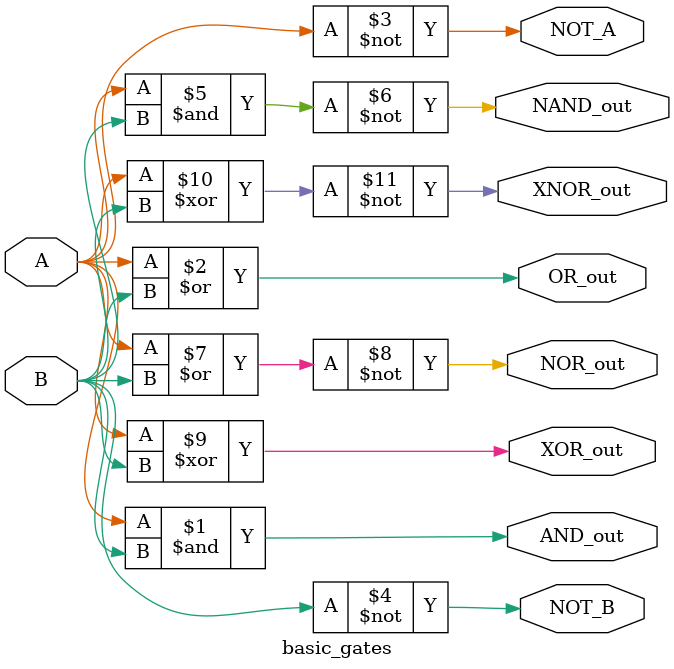
<source format=v>
module basic_gates (
    input A,
    input B,
    output AND_out,
    output OR_out,
    output NOT_A,
    output NOT_B,
    output NAND_out,
    output NOR_out,
    output XOR_out,
    output XNOR_out
);

    // Dataflow modeling using continuous assignments
    assign AND_out  = A & B;
    assign OR_out   = A | B;
    assign NOT_A    = ~A;
    assign NOT_B    = ~B;
    assign NAND_out = ~(A & B);
    assign NOR_out  = ~(A | B);
    assign XOR_out  = A ^ B;
    assign XNOR_out = ~(A ^ B);

endmodule

</source>
